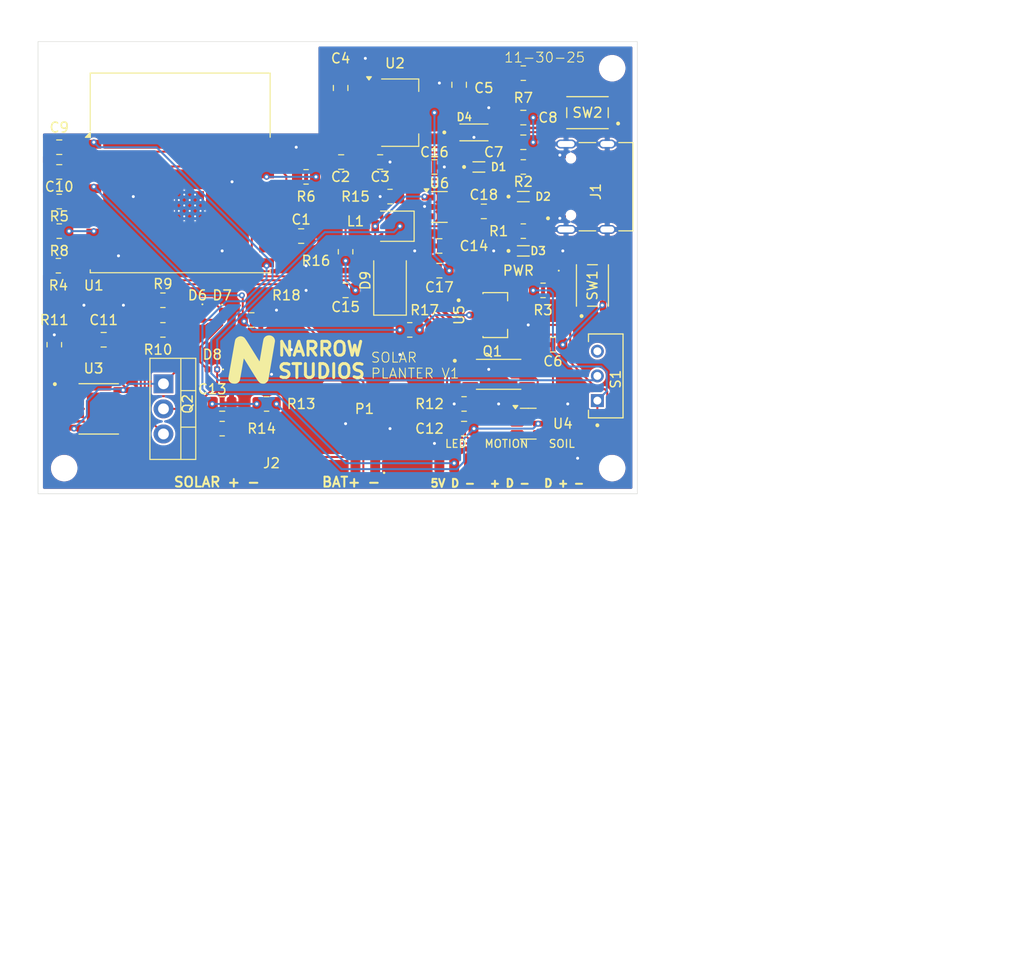
<source format=kicad_pcb>
(kicad_pcb (version 20240108) (generator "pcbnew") (generator_version "8.0")
  (layers (0 "F.Cu" signal) (31 "B.Cu" signal) (34 "B.Paste" user) (35 "F.Paste" user) (36 "B.SilkS" user "B.Silkscreen") (37 "F.SilkS" user "F.Silkscreen") (38 "B.Mask" user) (39 "F.Mask" user) (44 "Edge.Cuts" user))
  (net 0 "")
  (net 1 "GND")
  (net 2 "D-")
  (net 3 "VCC_5V")
  (net 4 "GPIO9")
  (net 5 "CHIP_PU")
  (net 6 "5V+")
  (net 7 "Net-(U4-VCC)")
  (net 8 "B-")
  (net 9 "B+")
  (net 10 "OUT+")
  (net 11 "BOOSTED_5V")
  (net 12 "D+")
  (net 13 "VBUS")
  (net 14 "Net-(D5-A)")
  (net 15 "Net-(D6-K)")
  (net 16 "Net-(D7-K)")
  (net 17 "Net-(D9-A)")
  (net 20 "Net-(J1-CC1)")
  (net 21 "Net-(J1-CC2)")
  (net 22 "A1")
  (net 23 "GPIO10")
  (net 24 "GPIO4")
  (net 26 "Net-(U4-OD)")
  (net 28 "Net-(U4-OC)")
  (net 29 "Net-(U1-IO2)")
  (net 30 "Net-(U1-IO8)")
  (net 31 "Net-(U3-~{CHRG})")
  (net 32 "Net-(U3-~{STDBY})")
  (net 33 "Net-(U3-PROG)")
  (net 34 "Net-(U4-CS)")
  (net 35 "Net-(U6-FB)")
  (net 36 "BAT_LVL")
  (net 37 "Net-(U1-3V3)")
  (net 48 "ESP_3V3")
  (footprint "Resistor_SMD:R_0805_2012Metric" (layer "F.Cu") (at 96 67.5)
    (property "Reference" "R9")
    (property "Value" "1k")
  )
  (footprint "Connector_Wire:SolderWirePad_1x01_SMD_1x2mm" (layer "F.Cu") (at 138 84)
    (property "Reference" "J3" (hide yes))
    (property "Value" "GND")
  )
  (footprint "Connector_Wire:SolderWirePad_1x01_SMD_1x2mm" (layer "F.Cu") (at 129.5 84)
    (property "Reference" "J7" (hide yes))
    (property "Value" "VCC_3V3")
  )
  (footprint "Resistor_SMD:R_0805_2012Metric" (layer "F.Cu") (at 119 57 180)
    (property "Reference" "R15")
    (property "Value" "1k")
  )
  (footprint "Resistor_SMD:R_0805_2012Metric" (layer "F.Cu") (at 132.5 60.5 180)
    (property "Reference" "R1")
    (property "Value" "5k1")
  )
  (footprint "Diode_SMD:D_SMP_DO-220AA" (layer "F.Cu") (at 119.1525 60 180)
    (property "Reference" "L1")
    (property "Value" "CD32")
  )
  (footprint "Package_TO_SOT_SMD:SOT-223-3_TabPin2" (layer "F.Cu") (at 120 48.5)
    (property "Reference" "U2")
    (property "Value" "AMS1117-3.3")
  )
  (footprint "Package_TO_SOT_SMD:SOT-23-6" (layer "F.Cu") (at 124 58.05)
    (property "Reference" "U6")
    (property "Value" "MT3608")
  )
  (footprint "Resistor_SMD:R_0805_2012Metric" (layer "F.Cu") (at 96 70.5)
    (property "Reference" "R10")
    (property "Value" "1k")
  )
  (footprint "Resistor_SMD:R_0805_2012Metric" (layer "F.Cu") (at 132.5 54 180)
    (property "Reference" "R2")
    (property "Value" "5k1")
  )
  (footprint "Connector_Wire:SolderWirePad_1x01_SMD_1x2mm" (layer "F.Cu") (at 105 84)
    (property "Reference" "J14" (hide yes))
    (property "Value" "GND")
  )
  (footprint "Connector_Wire:SolderWirePad_1x01_SMD_1x2mm" (layer "F.Cu") (at 127 84)
    (property "Reference" "J8" (hide yes))
    (property "Value" "GND")
  )
  (footprint "1N5819HW-7-F:SOD3715X145N" (layer "F.Cu") (at 127.5 50.5)
    (property "Reference" "D4")
    (property "Value" "1N5819HW-7-F")
  )
  (footprint "Capacitor_SMD:C_0805_2012Metric" (layer "F.Cu") (at 128.5 58.5)
    (property "Reference" "C18")
    (property "Value" "10uF")
  )
  (footprint "Connector_Wire:SolderWirePad_1x01_SMD_1x2mm" (layer "F.Cu") (at 125.5 84)
    (property "Reference" "J10" (hide yes))
    (property "Value" "DATA")
  )
  (footprint "EG1270:SW_EG1270" (layer "F.Cu") (at 140 75.1625 90)
    (property "Reference" "S1")
    (property "Value" "EG1270")
  )
  (footprint "S2B-PH-SM4-TB:JST_S2B-PH-SM4-TB" (layer "F.Cu") (at 116.5 83.375)
    (property "Reference" "P1")
    (property "Value" "S2B-PH-SM4-TB")
  )
  (footprint "Resistor_SMD:R_0805_2012Metric" (layer "F.Cu") (at 134.5 66.5)
    (property "Reference" "R3")
    (property "Value" "75")
  )
  (footprint "Connector_Wire:SolderWirePad_1x01_SMD_1x2mm" (layer "F.Cu") (at 135 84)
    (property "Reference" "J6" (hide yes))
    (property "Value" "DATA")
  )
  (footprint "Package_TO_SOT_THT:TO-220-3_Vertical" (layer "F.Cu") (at 96.055 75.96 -90)
    (property "Reference" "Q2")
    (property "Value" "FQP27P06")
  )
  (footprint "TYPE-C-31-M-12:HRO_TYPE-C-31-M-12" (layer "F.Cu") (at 141 56 90)
    (property "Reference" "J1")
    (property "Value" "TYPE-C-31-M-12")
  )
  (footprint "Resistor_SMD:R_0805_2012Metric" (layer "F.Cu") (at 85 72 90)
    (property "Reference" "R11")
    (property "Value" "10k")
  )
  (footprint "PTS810_SJM_250_SMTR_LFS:SW_PTS810_SJM_250_SMTR_LFS" (layer "F.Cu") (at 139 48.5 180)
    (property "Reference" "SW2")
    (property "Value" "PTS810_SJM_250_SMTR_LFS")
  )
  (footprint "Resistor_SMD:R_0805_2012Metric" (layer "F.Cu") (at 126.5 78 180)
    (property "Reference" "R12")
    (property "Value" "1k")
  )
  (footprint "Capacitor_SMD:C_0805_2012Metric" (layer "F.Cu") (at 114.5 66.5 180)
    (property "Reference" "C15")
    (property "Value" "22uF")
  )
  (footprint "Capacitor_SMD:C_0805_2012Metric" (layer "F.Cu") (at 124 64.5 180)
    (property "Reference" "C17")
    (property "Value" "10uF")
  )
  (footprint "MountingHole:MountingHole_2.2mm_M2" (layer "F.Cu") (at 86 44)
    (property "Reference" "H4" (hide yes))
    (property "Value" "MountingHole")
  )
  (footprint "Resistor_SMD:R_0805_2012Metric" (layer "F.Cu") (at 110.5 55)
    (property "Reference" "R6")
    (property "Value" "10k")
  )
  (footprint "Capacitor_SMD:C_0805_2012Metric" (layer "F.Cu") (at 85.5 54.5 180)
    (property "Reference" "C10")
    (property "Value" "0u1F")
  )
  (footprint "Kicad-footprints:ns-logo" (layer "F.Cu") (at 105 73.5)
    (property "Reference" "e" (hide yes))
    (property "Value" "LOGO" (hide yes))
  )
  (footprint "MountingHole:MountingHole_2.2mm_M2" (layer "F.Cu") (at 86 84.5)
    (property "Reference" "H3" (hide yes))
    (property "Value" "MountingHole")
  )
  (footprint "Capacitor_SMD:C_0805_2012Metric" (layer "F.Cu") (at 124 62 180)
    (property "Reference" "C14")
    (property "Value" "22uF")
  )
  (footprint "Resistor_SMD:R_0805_2012Metric" (layer "F.Cu") (at 132.5 44.5)
    (property "Reference" "R7")
    (property "Value" "10k")
  )
  (footprint "Package_TO_SOT_SMD:SOT-23-6" (layer "F.Cu") (at 133 80)
    (property "Reference" "U4")
    (property "Value" "DW01A")
  )
  (footprint "Capacitor_SMD:C_0805_2012Metric" (layer "F.Cu") (at 123.5 54)
    (property "Reference" "C16")
    (property "Value" "22pF")
  )
  (footprint "RF_Module:ESP32-C3-WROOM-02" (layer "F.Cu") (at 97.75 57.7)
    (property "Reference" "U1")
    (property "Value" "ESP32-C3-WROOM-02")
  )
  (footprint "Capacitor_SMD:C_0805_2012Metric" (layer "F.Cu") (at 132.5 51.5 180)
    (property "Reference" "C7")
    (property "Value" "0u1F")
  )
  (footprint "Connector_Wire:SolderWirePad_1x01_SMD_1x2mm" (layer "F.Cu") (at 131 84)
    (property "Reference" "J13" (hide yes))
    (property "Value" "DATA")
  )
  (footprint "Resistor_SMD:R_0805_2012Metric" (layer "F.Cu") (at 105 69.5)
    (property "Reference" "R18")
    (property "Value" "100k")
  )
  (footprint "Resistor_SMD:R_0805_2012Metric" (layer "F.Cu") (at 121 70.5 180)
    (property "Reference" "R17")
    (property "Value" "27k")
  )
  (footprint "PTS810_SJM_250_SMTR_LFS:SW_PTS810_SJM_250_SMTR_LFS" (layer "F.Cu") (at 139.5 66 90)
    (property "Reference" "SW1")
    (property "Value" "PTS810_SJM_250_SMTR_LFS")
  )
  (footprint "LED_SMD:LED_0402_1005Metric" (layer "F.Cu") (at 100 69 -90)
    (property "Reference" "D6")
    (property "Value" "B")
  )
  (footprint "Capacitor_SMD:C_0805_2012Metric" (layer "F.Cu") (at 102 78)
    (property "Reference" "C13")
    (property "Value" "10uF")
  )
  (footprint "Connector_Wire:SolderWirePad_1x01_SMD_1x2mm" (layer "F.Cu") (at 136.5 84)
    (property "Reference" "J12" (hide yes))
    (property "Value" "VCC_3V3")
  )
  (footprint "Capacitor_SMD:C_0805_2012Metric" (layer "F.Cu") (at 114 46 90)
    (property "Reference" "C4")
    (property "Value" "10uF")
  )
  (footprint "Resistor_SMD:R_0805_2012Metric" (layer "F.Cu") (at 85.5 57.5)
    (property "Reference" "R5")
    (property "Value" "10k")
  )
  (footprint "MountingHole:MountingHole_2.2mm_M2" (layer "F.Cu") (at 141.5 84.5)
    (property "Reference" "H1" (hide yes))
    (property "Value" "MountingHole")
  )
  (footprint "Resistor_SMD:R_0805_2012Metric" (layer "F.Cu") (at 114.5 62.5875 -90)
    (property "Reference" "R16")
    (property "Value" "7.5k")
  )
  (footprint "Connector_Wire:SolderWirePad_1x01_SMD_1x2mm" (layer "F.Cu") (at 124 84 180)
    (property "Reference" "J9" (hide yes))
    (property "Value" "5V")
  )
  (footprint "MountingHole:MountingHole_2.2mm_M2" (layer "F.Cu") (at 141.5 44)
    (property "Reference" "H2" (hide yes))
    (property "Value" "MountingHole")
  )
  (footprint "Diode_SMD:D_0402_1005Metric" (layer "F.Cu") (at 101 74.5 180)
    (property "Reference" "D8")
    (property "Value" "SB220")
  )
  (footprint "FS8205A:SOP65P640X120-8N" (layer "F.Cu") (at 130 75)
    (property "Reference" "Q1")
    (property "Value" "FS8205A")
  )
  (footprint "LED_SMD:LED_0402_1005Metric" (layer "F.Cu") (at 102 69.03 -90)
    (property "Reference" "D7")
    (property "Value" "R")
  )
  (footprint "TP4056:SOP127P600X175-9N" (layer "F.Cu") (at 89.5 78.5)
    (property "Reference" "U3")
    (property "Value" "TP4056")
  )
  (footprint "Capacitor_SMD:C_0805_2012Metric" (layer "F.Cu") (at 132.5 49 180)
    (property "Reference" "C8")
    (property "Value" "1uF")
  )
  (footprint "Capacitor_SMD:C_0805_2012Metric" (layer "F.Cu") (at 118 53.5)
    (property "Reference" "C3")
    (property "Value" "0u1F")
  )
  (footprint "Diode_SMD:D_SMA" (layer "F.Cu") (at 119 65.5 90)
    (property "Reference" "D9")
    (property "Value" "SS34")
  )
  (footprint "Capacitor_SMD:C_0805_2012Metric" (layer "F.Cu") (at 126 45.675 90)
    (property "Reference" "C5")
    (property "Value" "0u1F")
  )
  (footprint "Resistor_SMD:R_0805_2012Metric" (layer "F.Cu") (at 85.5 60.5)
    (property "Reference" "R8")
    (property "Value" "10k")
  )
  (footprint "LESD5D5.0CT1G:TVS_LESD5D5.0CT1G" (layer "F.Cu") (at 132.5 57)
    (property "Reference" "D2")
    (property "Value" "LESD5D5.0CT1G")
  )
  (footprint "Resistor_SMD:R_0805_2012Metric" (layer "F.Cu") (at 85.4125 64)
    (property "Reference" "R4")
    (property "Value" "10k")
  )
  (footprint "HT7333:IC_HT7333" (layer "F.Cu") (at 129.5 69 -90)
    (property "Reference" "U5")
    (property "Value" "HT7333")
  )
  (footprint "Capacitor_SMD:C_0805_2012Metric" (layer "F.Cu") (at 90 71.5 180)
    (property "Reference" "C11")
    (property "Value" "0u1F")
  )
  (footprint "Resistor_SMD:R_0805_2012Metric" (layer "F.Cu") (at 106.5 78 180)
    (property "Reference" "R13")
    (property "Value" "100")
  )
  (footprint "Capacitor_SMD:C_0805_2012Metric" (layer "F.Cu") (at 110 61)
    (property "Reference" "C1")
    (property "Value" "22pF")
  )
  (footprint "LESD5D5.0CT1G:TVS_LESD5D5.0CT1G" (layer "F.Cu") (at 132.5 62.5)
    (property "Reference" "D3")
    (property "Value" "LESD5D5.0CT1G")
  )
  (footprint "Capacitor_SMD:C_0805_2012Metric" (layer "F.Cu") (at 126.5 80.5 180)
    (property "Reference" "C12")
    (property "Value" "0u1F")
  )
  (footprint "LESD5D5.0CT1G:TVS_LESD5D5.0CT1G" (layer "F.Cu") (at 128 54)
    (property "Reference" "D1")
    (property "Value" "LESD5D5.0CT1G")
  )
  (footprint "Connector_Wire:SolderWirePad_1x01_SMD_1x2mm" (layer "F.Cu") (at 103 84)
    (property "Reference" "J2")
    (property "Value" "VCC_4V")
  )
  (footprint "Resistor_SMD:R_0805_2012Metric" (layer "F.Cu") (at 102 80.5 180)
    (property "Reference" "R14")
    (property "Value" "10k")
  )
  (footprint "Capacitor_SMD:C_0805_2012Metric" (layer "F.Cu") (at 114.05 53.5 180)
    (property "Reference" "C2")
    (property "Value" "10uF")
  )
  (footprint "Connector_Wire:SolderWirePad_1x01_SMD_1x2mm" (layer "F.Cu") (at 132.5 84)
    (property "Reference" "J11" (hide yes))
    (property "Value" "GND")
  )
  (footprint "Capacitor_SMD:C_0805_2012Metric" (layer "F.Cu") (at 85.5 52 180)
    (property "Reference" "C9")
    (property "Value" "10uF")
  )
  (footprint "Capacitor_SMD:C_0805_2012Metric" (layer "F.Cu") (at 135.5 72 180)
    (property "Reference" "C6")
    (property "Value" "0u1F")
  )
  (footprint "LED_SMD:LED_0402_1005Metric" (layer "F.Cu") (at 135 64.5 180)
    (property "Reference" "PWR")
    (property "Value" "PWRLED")
  )
  (gr_rect (start 83.35 41.3) (end 144.05 87.1) (stroke (width 0.05)) (fill none) (layer "Edge.Cuts"))
  (gr_text "5V D -" (at 123 86.5 0) (layer "F.SilkS") (effects (font (size 0.8 0.8) (thickness 0.2) (bold yes)) (justify left bottom)))
  (gr_text "+ D -" (at 129 86.5 0) (layer "F.SilkS") (effects (font (size 0.8 0.8) (thickness 0.2) (bold yes)) (justify left bottom)))
  (gr_text "SOLAR\nPLANTER V1" (at 117 75.5 0) (layer "F.SilkS") (effects (font (size 1 1) (thickness 0.1)) (justify left bottom)))
  (gr_text "MOTION" (at 128.5 82.5 0) (layer "F.SilkS") (effects (font (size 0.8 0.8) (thickness 0.125) (bold yes)) (justify left bottom)))
  (gr_text "LED" (at 124.5 82.5 0) (layer "F.SilkS") (effects (font (size 0.8 0.8) (thickness 0.125) (bold yes)) (justify left bottom)))
  (gr_text "NARROW\nSTUDIOS" (at 107.5 75.5 0) (layer "F.SilkS") (effects (font (size 1.4 1.4) (thickness 0.3) (bold yes)) (justify left bottom)))
  (gr_text "D + -" (at 134.5 86.5 0) (layer "F.SilkS") (effects (font (size 0.8 0.8) (thickness 0.2) (bold yes)) (justify left bottom)))
  (gr_text "SOIL" (at 135 82.5 0) (layer "F.SilkS") (effects (font (size 0.8 0.8) (thickness 0.125) (bold yes)) (justify left bottom)))
  (gr_text "BAT+ -" (at 112 86.5 0) (layer "F.SilkS") (effects (font (size 1 1) (thickness 0.2) (bold yes)) (justify left bottom)))
  (gr_text "11-30-25" (at 130.5 43.5 0) (layer "F.SilkS") (effects (font (size 1 1) (thickness 0.1)) (justify left bottom)))
  (gr_text "SOLAR + -" (at 97 86.5 0) (layer "F.SilkS") (effects (font (size 1 1) (thickness 0.2) (bold yes)) (justify left bottom)))
  (segment (start 98.71 57.35) (end 98.16 57.9) (width 0.2) (layer "F.Cu") (net 1))
  (segment (start 98.16 56.8) (end 99.26 56.8) (width 0.2) (layer "F.Cu") (net 1))
  (segment (start 98.16 59) (end 99.26 59) (width 0.2) (layer "F.Cu") (net 1))
  (segment (start 99.81 57.35) (end 99.26 56.8) (width 0.2) (layer "F.Cu") (net 1))
  (segment (start 98.16 56.8) (end 97.61 57.35) (width 0.2) (layer "F.Cu") (net 1))
  (segment (start 105.9125 69.5) (end 105.9125 68.9125) (width 0.2) (layer "F.Cu") (net 1))
  (via (at 120 73) (size 0.6) (drill 0.3) (layers "F.Cu" "B.Cu") (net 1))
  (via (at 133 70) (size 0.6) (drill 0.3) (layers "F.Cu" "B.Cu") (net 1))
  (via (at 119 80.5) (size 0.6) (drill 0.3) (layers "F.Cu" "B.Cu") (net 1))
  (via (at 93 57) (size 0.6) (drill 0.3) (layers "F.Cu" "B.Cu") (net 1))
  (via (at 92 68) (size 0.6) (drill 0.3) (layers "F.Cu" "B.Cu") (net 1))
  (via (at 136.2 59.2) (size 0.6) (drill 0.3) (layers "F.Cu" "B.Cu") (net 1))
  (via (at 118 57) (size 0.6) (drill 0.3) (layers "F.Cu" "B.Cu") (net 1))
  (via (at 85 71) (size 0.6) (drill 0.3) (layers "F.Cu" "B.Cu") (net 1))
  (via (at 124.5 54) (size 0.6) (drill 0.3) (layers "F.Cu" "B.Cu") (net 1))
  (via (at 107 75) (size 0.6) (drill 0.3) (layers "F.Cu" "B.Cu") (net 1))
  (via (at 109 72.5) (size 0.6) (drill 0.3) (layers "F.Cu" "B.Cu") (net 1))
  (via (at 125.5 78) (size 0.6) (drill 0.3) (layers "F.Cu" "B.Cu") (net 1))
  (via (at 102 62.5) (size 0.6) (drill 0.3) (layers "F.Cu" "B.Cu") (net 1))
  (via (at 91.5 63) (size 0.6) (drill 0.3) (layers "F.Cu" "B.Cu") (net 1))
  (via (at 114.5 80) (size 0.6) (drill 0.3) (layers "F.Cu" "B.Cu") (net 1))
  (via (at 109.5 52) (size 0.6) (drill 0.3) (layers "F.Cu" "B.Cu") (net 1))
  (via (at 110.5 66.5) (size 0.6) (drill 0.3) (layers "F.Cu" "B.Cu") (net 1))
  (via (at 110.5 64) (size 0.6) (drill 0.3) (layers "F.Cu" "B.Cu") (net 1))
  (via (at 103 55.5) (size 0.6) (drill 0.3) (layers "F.Cu" "B.Cu") (net 1))
  (via (at 136.5 62.5) (size 0.6) (drill 0.3) (layers "F.Cu" "B.Cu") (net 1))
  (via (at 136.2 52.8) (size 0.6) (drill 0.3) (layers "F.Cu" "B.Cu") (net 1))
  (via (at 123.5 82) (size 0.6) (drill 0.3) (layers "F.Cu" "B.Cu") (net 1))
  (via (at 119 53.5) (size 0.6) (drill 0.3) (layers "F.Cu" "B.Cu") (net 1))
  (via (at 130 78) (size 0.6) (drill 0.3) (layers "F.Cu" "B.Cu") (net 1))
  (via (at 137 78) (size 0.6) (drill 0.3) (layers "F.Cu" "B.Cu") (net 1))
  (via (at 129 74.5) (size 0.6) (drill 0.3) (layers "F.Cu" "B.Cu") (net 1))
  (via (at 124 45.5) (size 0.6) (drill 0.3) (layers "F.Cu" "B.Cu") (net 1))
  (via (at 122.5 58) (size 0.6) (drill 0.3) (layers "F.Cu" "B.Cu") (net 1))
  (via (at 88 68) (size 0.6) (drill 0.3) (layers "F.Cu" "B.Cu") (net 1))
  (via (at 116.5 43) (size 0.6) (drill 0.3) (layers "F.Cu" "B.Cu") (net 1))
  (via (at 107.5 68.5) (size 0.6) (drill 0.3) (layers "F.Cu" "B.Cu") (net 1))
  (via (at 129.5 62.5) (size 0.6) (drill 0.3) (layers "F.Cu" "B.Cu") (net 1))
  (via (at 127.5 51) (size 0.6) (drill 0.3) (layers "F.Cu" "B.Cu") (net 1))
  (via (at 138 83.5) (size 0.6) (drill 0.3) (layers "F.Cu" "B.Cu") (net 1))
  (via (at 129 48) (size 0.6) (drill 0.3) (layers "F.Cu" "B.Cu") (net 1))
  (via (at 121.5 62.5) (size 0.6) (drill 0.3) (layers "F.Cu" "B.Cu") (net 1))
  (segment (start 115.22543 55.75) (end 112.87543 58.1) (width 0.2) (layer "F.Cu") (net 2))
  (segment (start 133.5 55.75) (end 115.22543 55.75) (width 0.2) (layer "F.Cu") (net 2))
  (segment (start 136.25 55.75) (end 134.5 55.75) (width 0.2) (layer "F.Cu") (net 2))
  (segment (start 109.05 59.05) (end 110 58.1) (width 0.2) (layer "F.Cu") (net 2))
  (segment (start 136.25 56.75) (end 135.5 56.75) (width 0.2) (layer "F.Cu") (net 2))
  (segment (start 112.87543 58.1) (end 110 58.1) (width 0.2) (layer "F.Cu") (net 2))
  (segment (start 135.5 56.75) (end 134.5 55.75) (width 0.2) (layer "F.Cu") (net 2))
  (segment (start 134.5 55.75) (end 134 55.75) (width 0.2) (layer "F.Cu") (net 2))
  (segment (start 134 55.75) (end 133.5 55.75) (width 0.2) (layer "F.Cu") (net 2))
  (segment (start 109.05 61) (end 109.05 59.05) (width 0.2) (layer "F.Cu") (net 2))
  (segment (start 133.16 57) (end 133.16 56.59) (width 0.2) (layer "F.Cu") (net 2))
  (segment (start 107.3 59.2) (end 106.5 59.2) (width 0.2) (layer "F.Cu") (net 2))
  (segment (start 110 58.1) (end 108.4 58.1) (width 0.2) (layer "F.Cu") (net 2))
  (segment (start 133.16 56.59) (end 134 55.75) (width 0.2) (layer "F.Cu") (net 2))
  (segment (start 108.4 58.1) (end 107.3 59.2) (width 0.2) (layer "F.Cu") (net 2))
  (segment (start 125 52) (end 125.82 51.18) (width 0.2) (layer "F.Cu") (net 3))
  (segment (start 116.85 50.8) (end 118.3 50.8) (width 0.2) (layer "F.Cu") (net 3))
  (segment (start 116.85 50.8) (end 116.85 53.3) (width 0.2) (layer "F.Cu") (net 3))
  (segment (start 116.85 53.3) (end 117.05 53.5) (width 0.2) (layer "F.Cu") (net 3))
  (segment (start 115 53.5) (end 117.05 53.5) (width 0.2) (layer "F.Cu") (net 3))
  (segment (start 119.5 52) (end 125 52) (width 0.2) (layer "F.Cu") (net 3))
  (segment (start 125.82 51.18) (end 125.82 50.5) (width 0.2) (layer "F.Cu") (net 3))
  (segment (start 118.3 50.8) (end 119.5 52) (width 0.2) (layer "F.Cu") (net 3))
  (segment (start 140.5 68) (end 140.575 68.075) (width 0.2) (layer "F.Cu") (net 4))
  (segment (start 132.5 72) (end 126.565686 72) (width 0.2) (layer "F.Cu") (net 4))
  (segment (start 89 62.5) (end 87.825 62.5) (width 0.2) (layer "F.Cu") (net 4))
  (segment (start 140.575 63.925) (end 140.5 68) (width 0.2) (layer "F.Cu") (net 4))
  (segment (start 135.925 70.975) (end 133.525 70.975) (width 0.2) (layer "F.Cu") (net 4))
  (segment (start 126.565686 72) (end 120.040686 65.475) (width 0.2) (layer "F.Cu") (net 4))
  (segment (start 87.825 62.5) (end 86.325 64) (width 0.2) (layer "F.Cu") (net 4))
  (segment (start 89 62.2) (end 89 62.2) (width 0.2) (layer "F.Cu") (net 4))
  (segment (start 136.45 71.5) (end 135.925 70.975) (width 0.2) (layer "F.Cu") (net 4))
  (segment (start 88.7 62.5) (end 88.7 62.5) (width 0.2) (layer "F.Cu") (net 4))
  (segment (start 89 62.5) (end 89 62.2) (width 0.2) (layer "F.Cu") (net 4))
  (segment (start 87.8 65.475) (end 86.325 64) (width 0.2) (layer "F.Cu") (net 4))
  (segment (start 120.040686 65.475) (end 87.8 65.475) (width 0.2) (layer "F.Cu") (net 4))
  (segment (start 133.525 70.975) (end 132.5 72) (width 0.2) (layer "F.Cu") (net 4))
  (via (at 136.5 72) (size 0.6) (drill 0.3) (layers "F.Cu" "B.Cu") (net 4))
  (via (at 140.5 68) (size 0.6) (drill 0.3) (layers "F.Cu" "B.Cu") (net 4))
  (segment (start 136.5 72) (end 140.5 68) (width 0.2) (layer "B.Cu") (net 4))
  (segment (start 132.425 52.525) (end 133.45 51.5) (width 0.2) (layer "F.Cu") (net 5))
  (segment (start 88.7 53.2) (end 89 53.2) (width 0.2) (layer "F.Cu") (net 5))
  (segment (start 114.994058 54.85) (end 119.65 54.85) (width 0.2) (layer "F.Cu") (net 5))
  (segment (start 121.975 52.525) (end 132.425 52.525) (width 0.2) (layer "F.Cu") (net 5))
  (segment (start 87.5 56.4125) (end 87.5 54.4) (width 0.2) (layer "F.Cu") (net 5))
  (segment (start 86.4125 57.5) (end 87.5 56.4125) (width 0.2) (layer "F.Cu") (net 5))
  (segment (start 112.894058 56.95) (end 114.994058 54.85) (width 0.2) (layer "F.Cu") (net 5))
  (segment (start 108.5 54.9) (end 108.5 56.5) (width 0.2) (layer "F.Cu") (net 5))
  (segment (start 108.5 56.5) (end 108.95 56.95) (width 0.2) (layer "F.Cu") (net 5))
  (segment (start 134 44.5) (end 135.5 44.5) (width 0.2) (layer "F.Cu") (net 5))
  (segment (start 107.55 53.95) (end 108.5 54.9) (width 0.2) (layer "F.Cu") (net 5))
  (segment (start 133.5 51.5) (end 133.5 51.45) (width 0.2) (layer "F.Cu") (net 5))
  (segment (start 136.925 47.425) (end 141.075 47.425) (width 0.2) (layer "F.Cu") (net 5))
  (segment (start 133.5 49) (end 134.475 49) (width 0.2) (layer "F.Cu") (net 5))
  (segment (start 135.5 44.5) (end 136.925 45.925) (width 0.2) (layer "F.Cu") (net 5))
  (segment (start 136.05 47.425) (end 136.925 47.425) (width 0.2) (layer "F.Cu") (net 5))
  (segment (start 133.5 51.45) (end 133.45 51.5) (width 0.2) (layer "F.Cu") (net 5))
  (segment (start 133.45 49) (end 133.5 49) (width 0.2) (layer "F.Cu") (net 5))
  (segment (start 136.925 45.925) (end 136.925 47.425) (width 0.2) (layer "F.Cu") (net 5))
  (segment (start 89.75 53.95) (end 107.55 53.95) (width 0.2) (layer "F.Cu") (net 5))
  (segment (start 133.45 51.5) (end 133.5 51.5) (width 0.2) (layer "F.Cu") (net 5))
  (segment (start 108.95 56.95) (end 112.894058 56.95) (width 0.2) (layer "F.Cu") (net 5))
  (segment (start 119.65 54.85) (end 121.975 52.525) (width 0.2) (layer "F.Cu") (net 5))
  (segment (start 89 53.2) (end 89.75 53.95) (width 0.2) (layer "F.Cu") (net 5))
  (segment (start 87.5 54.4) (end 88.7 53.2) (width 0.2) (layer "F.Cu") (net 5))
  (segment (start 134.475 49) (end 136.05 47.425) (width 0.2) (layer "F.Cu") (net 5))
  (via (at 133.5 49) (size 0.6) (drill 0.3) (layers "F.Cu" "B.Cu") (net 5))
  (via (at 133.5 51.5) (size 0.6) (drill 0.3) (layers "F.Cu" "B.Cu") (net 5))
  (segment (start 133.5 49) (end 133.5 51.5) (width 0.2) (layer "B.Cu") (net 5))
  (segment (start 90.95 75.07) (end 92.475 76.595) (width 0.2) (layer "F.Cu") (net 6))
  (segment (start 100 69.485) (end 101.97 69.485) (width 0.2) (layer "F.Cu") (net 6))
  (segment (start 87 80.38) (end 87 80.5) (width 0.2) (layer "F.Cu") (net 6))
  (segment (start 91 75) (end 90.95 75.05) (width 0.2) (layer "F.Cu") (net 6))
  (segment (start 90.95 71.5) (end 90.95 74.95) (width 0.2) (layer "F.Cu") (net 6))
  (segment (start 100.5075 71.5075) (end 102 70.015) (width 0.2) (layer "F.Cu") (net 6))
  (segment (start 99.7575 72.2575) (end 100.5075 71.5075) (width 0.2) (layer "F.Cu") (net 6))
  (segment (start 96.055 75.96) (end 100.5075 71.5075) (width 0.2) (layer "F.Cu") (net 6))
  (segment (start 101.97 69.485) (end 102 69.515) (width 0.2) (layer "F.Cu") (net 6))
  (segment (start 102 84) (end 103 84) (width 0.2) (layer "F.Cu") (net 6))
  (segment (start 99.7575 73.7425) (end 99.7575 72.2575) (width 0.2) (layer "F.Cu") (net 6))
  (segment (start 86.39 80.405) (end 87.525 80.405) (width 0.2) (layer "F.Cu") (net 6))
  (segment (start 101.0875 80.5) (end 101.0875 83.0875) (width 0.2) (layer "F.Cu") (net 6))
  (segment (start 90.62 84) (end 102 84) (width 0.2) (layer "F.Cu") (net 6))
  (segment (start 90.95 75.05) (end 90.95 75.07) (width 0.2) (layer "F.Cu") (net 6))
  (segment (start 87.025 80.405) (end 87 80.38) (width 0.2) (layer "F.Cu") (net 6))
  (segment (start 90.95 74.95) (end 91 75) (width 0.2) (layer "F.Cu") (net 6))
  (segment (start 87 80.5) (end 87.12 80.5) (width 0.2) (layer "F.Cu") (net 6))
  (segment (start 100.515 74.5) (end 99.7575 73.7425) (width 0.2) (layer "F.Cu") (net 6))
  (segment (start 101.0875 83.0875) (end 102 84) (width 0.2) (layer "F.Cu") (net 6))
  (segment (start 102 70.015) (end 102 69.515) (width 0.2) (layer "F.Cu") (net 6))
  (segment (start 87.12 80.5) (end 90.62 84) (width 0.2) (layer "F.Cu") (net 6))
  (via (at 91.975 76.595) (size 0.6) (drill 0.3) (layers "F.Cu" "B.Cu") (net 6))
  (via (at 87 80.5) (size 0.6) (drill 0.3) (layers "F.Cu" "B.Cu") (net 6))
  (segment (start 92.61 75.96) (end 96.055 75.96) (width 0.2) (layer "B.Cu") (net 6))
  (segment (start 91.975 76.595) (end 92.61 75.96) (width 0.2) (layer "B.Cu") (net 6))
  (segment (start 91.975 76.595) (end 91.88 76.5) (width 0.2) (layer "B.Cu") (net 6))
  (segment (start 91.88 76.5) (end 89.5 76.5) (width 0.2) (layer "B.Cu") (net 6))
  (segment (start 89.5 76.5) (end 88.3 77.7) (width 0.2) (layer "B.Cu") (net 6))
  (segment (start 88.3 77.7) (end 88.3 79.2) (width 0.2) (layer "B.Cu") (net 6))
  (segment (start 88.3 79.2) (end 87 80.5) (width 0.2) (layer "B.Cu") (net 6))
  (via (at 127.5 80.5) (size 0.6) (drill 0.3) (layers "F.Cu" "B.Cu") (net 7))
  (via (at 107.5 78) (size 0.6) (drill 0.3) (layers "F.Cu" "B.Cu") (net 7))
  (via (at 134 80) (size 0.6) (drill 0.3) (layers "F.Cu" "B.Cu") (net 7))
  (segment (start 125.748529 84.6) (end 126.5 83.848529) (width 0.2) (layer "B.Cu") (net 7))
  (segment (start 114.1 84.6) (end 125.748529 84.6) (width 0.2) (layer "B.Cu") (net 7))
  (segment (start 133.5 80.5) (end 134 80) (width 0.2) (layer "B.Cu") (net 7))
  (segment (start 126.5 81.5) (end 127.5 80.5) (width 0.2) (layer "B.Cu") (net 7))
  (segment (start 126.5 83.848529) (end 126.5 81.5) (width 0.2) (layer "B.Cu") (net 7))
  (segment (start 127.5 80.5) (end 133.5 80.5) (width 0.2) (layer "B.Cu") (net 7))
  (segment (start 107.5 78) (end 114.1 84.6) (width 0.2) (layer "B.Cu") (net 7))
  (segment (start 126 73) (end 129 73) (width 0.2) (layer "F.Cu") (net 8))
  (segment (start 123.5 80.5) (end 125.55 80.5) (width 0.2) (layer "F.Cu") (net 8))
  (segment (start 120.625 83.375) (end 123.5 80.5) (width 0.2) (layer "F.Cu") (net 8))
  (segment (start 117.5 83.375) (end 120.625 83.375) (width 0.2) (layer "F.Cu") (net 8))
  (segment (start 123.5 80.5) (end 124.775 79.225) (width 0.2) (layer "F.Cu") (net 8))
  (segment (start 133.66 75.325) (end 132.88 75.325) (width 0.2) (layer "F.Cu") (net 8))
  (segment (start 129 73) (end 131.325 75.325) (width 0.2) (layer "F.Cu") (net 8))
  (segment (start 124.775 79.225) (end 124.775 74.225) (width 0.2) (layer "F.Cu") (net 8))
  (segment (start 124.775 74.225) (end 126 73) (width 0.2) (layer "F.Cu") (net 8))
  (segment (start 134.1375 79.05) (end 133.96 78.8725) (width 0.2) (layer "F.Cu") (net 8))
  (segment (start 131.325 75.325) (end 132.88 75.325) (width 0.2) (layer "F.Cu") (net 8))
  (segment (start 132.88 75.325) (end 132.88 74.675) (width 0.2) (layer "F.Cu") (net 8))
  (segment (start 133.96 75.625) (end 133.66 75.325) (width 0.2) (layer "F.Cu") (net 8))
  (segment (start 133.96 78.8725) (end 133.96 75.625) (width 0.2) (layer "F.Cu") (net 8))
  (segment (start 101.05 78) (end 101.05 78) (width 0.2) (layer "F.Cu") (net 9))
  (segment (start 92.475 80.405) (end 92.475 81.975) (width 0.2) (layer "F.Cu") (net 9))
  (segment (start 97.5 82.5) (end 98.5 81.5) (width 0.2) (layer "F.Cu") (net 9))
  (segment (start 98.5 79.5) (end 99.5 78.5) (width 0.2) (layer "F.Cu") (net 9))
  (segment (start 96.055 78.5) (end 99.5 78.5) (width 0.2) (layer "F.Cu") (net 9))
  (segment (start 98.5 81.5) (end 98.5 79.5) (width 0.2) (layer "F.Cu") (net 9))
  (segment (start 100.55 78.5) (end 101 78.05) (width 0.2) (layer "F.Cu") (net 9))
  (segment (start 108.375 83.375) (end 115.5 83.375) (width 0.2) (layer "F.Cu") (net 9))
  (segment (start 93 82.5) (end 97.5 82.5) (width 0.2) (layer "F.Cu") (net 9))
  (segment (start 105.5 78) (end 105.5 77.9125) (width 0.2) (layer "F.Cu") (net 9))
  (segment (start 105.5 77.9125) (end 106.5875 79) (width 0.2) (layer "F.Cu") (net 9))
  (segment (start 101 78.05) (end 101 78) (width 0.2) (layer "F.Cu") (net 9))
  (segment (start 105.5875 78) (end 105.5875 78) (width 0.2) (layer "F.Cu") (net 9))
  (segment (start 106.5875 79) (end 106.5875 81.5875) (width 0.2) (layer "F.Cu") (net 9))
  (segment (start 99.5 78.5) (end 100.55 78.5) (width 0.2) (layer "F.Cu") (net 9))
  (segment (start 92.475 81.975) (end 93 82.5) (width 0.2) (layer "F.Cu") (net 9))
  (segment (start 106.5875 81.5875) (end 108.375 83.375) (width 0.2) (layer "F.Cu") (net 9))
  (segment (start 101 78) (end 101.05 78) (width 0.2) (layer "F.Cu") (net 9))
  (segment (start 105.5875 78) (end 105.5 78) (width 0.2) (layer "F.Cu") (net 9))
  (via (at 105.5 78) (size 0.6) (drill 0.3) (layers "F.Cu" "B.Cu") (net 9))
  (via (at 101 78) (size 0.6) (drill 0.3) (layers "F.Cu" "B.Cu") (net 9))
  (segment (start 101 78) (end 105.5 78) (width 0.2) (layer "B.Cu") (net 9))
  (segment (start 124.1375 60) (end 125.1375 59) (width 0.2) (layer "F.Cu") (net 10))
  (segment (start 127.1 58.05) (end 127.55 58.5) (width 0.2) (layer "F.Cu") (net 10))
  (segment (start 127.5 62) (end 128.55 63.05) (width 0.2) (layer "F.Cu") (net 10))
  (segment (start 124.1375 60.6875) (end 124.95 61.5) (width 0.2) (layer "F.Cu") (net 10))
  (segment (start 101.485 76.055256) (end 101.040256 76.5) (width 0.2) (layer "F.Cu") (net 10))
  (segment (start 125.1375 58.05) (end 125.1375 59) (width 0.2) (layer "F.Cu") (net 10))
  (segment (start 101.485 74.5) (end 101.5 74.5) (width 0.2) (layer "F.Cu") (net 10))
  (segment (start 119.851 59.5) (end 119.851 60) (width 0.2) (layer "F.Cu") (net 10))
  (segment (start 128.55 68.05) (end 127.6 69) (width 0.2) (layer "F.Cu") (net 10))
  (segment (start 94.755 79.74) (end 94.755 77.9575) (width 0.2) (layer "F.Cu") (net 10))
  (segment (start 101.5 74.5) (end 101.485 76.055256) (width 0.2) (layer "F.Cu") (net 10))
  (segment (start 120 60) (end 124.1375 60) (width 0.2) (layer "F.Cu") (net 10))
  (segment (start 125.1375 58.05) (end 127.1 58.05) (width 0.2) (layer "F.Cu") (net 10))
  (segment (start 95.5 77.2125) (end 100.327756 77.2125) (width 0.2) (layer "F.Cu") (net 10))
  (segment (start 124.95 59.1875) (end 125.1375 59) (width 0.2) (layer "F.Cu") (net 10))
  (segment (start 124.1375 60) (end 124.1375 60.6875) (width 0.2) (layer "F.Cu") (net 10))
  (segment (start 128.55 63.05) (end 128.55 68.05) (width 0.2) (layer "F.Cu") (net 10))
  (segment (start 120.5 60.649) (end 119.851 60) (width 0.2) (layer "F.Cu") (net 10))
  (segment (start 124.95 62) (end 127.5 62) (width 0.2) (layer "F.Cu") (net 10))
  (segment (start 94.755 77.9575) (end 95.5 77.2125) (width 0.2) (layer "F.Cu") (net 10))
  (segment (start 100.327756 77.2125) (end 101.002756 76.5375) (width 0.2) (layer "F.Cu") (net 10))
  (segment (start 124.95 61.5) (end 124.95 62) (width 0.2) (layer "F.Cu") (net 10))
  (segment (start 96.055 81.04) (end 94.755 79.74) (width 0.2) (layer "F.Cu") (net 10))
  (segment (start 119.851 60) (end 120 60) (width 0.2) (layer "F.Cu") (net 10))
  (via (at 127 69) (size 0.6) (drill 0.3) (layers "F.Cu" "B.Cu") (net 10))
  (via (at 101.5 74.5) (size 0.6) (drill 0.3) (layers "F.Cu" "B.Cu") (net 10))
  (via (at 122 70.5) (size 0.6) (drill 0.3) (layers "F.Cu" "B.Cu") (net 10))
  (via (at 120 60) (size 0.6) (drill 0.3) (layers "F.Cu" "B.Cu") (net 10))
  (segment (start 101.5 74.5) (end 101.5 71.5) (width 0.2) (layer "B.Cu") (net 10))
  (segment (start 112.4 60.6) (end 119.4 60.6) (width 0.2) (layer "B.Cu") (net 10))
  (segment (start 119.4 60.6) (end 120 60) (width 0.2) (layer "B.Cu") (net 10))
  (segment (start 122 70.5) (end 123.5 69) (width 0.2) (layer "B.Cu") (net 10))
  (segment (start 123.5 69) (end 127 69) (width 0.2) (layer "B.Cu") (net 10))
  (segment (start 101.5 71.5) (end 112.4 60.6) (width 0.2) (layer "B.Cu") (net 10))
  (segment (start 116.45 67.5) (end 119 67.5) (width 0.2) (layer "F.Cu") (net 11))
  (segment (start 121.5 67.5) (end 126.5 72.5) (width 0.2) (layer "F.Cu") (net 11))
  (segment (start 115.5 66.55) (end 116.45 67.5) (width 0.2) (layer "F.Cu") (net 11))
  (segment (start 119 67.5) (end 121.5 67.5) (width 0.2) (layer "F.Cu") (net 11))
  (segment (start 125 82) (end 124 83) (width 0.2) (layer "F.Cu") (net 11))
  (segment (start 124 83) (end 124 84) (width 0.2) (layer "F.Cu") (net 11))
  (segment (start 133.109314 72.5) (end 135.5 74.890686) (width 0.2) (layer "F.Cu") (net 11))
  (segment (start 115.5 66.5) (end 115.5 66.55) (width 0.2) (layer "F.Cu") (net 11))
  (segment (start 135.5 74.890686) (end 135.5 81.5) (width 0.2) (layer "F.Cu") (net 11))
  (segment (start 135.5 81.5) (end 135 82) (width 0.2) (layer "F.Cu") (net 11))
  (segment (start 135 82) (end 125 82) (width 0.2) (layer "F.Cu") (net 11))
  (segment (start 126.5 72.5) (end 133.109314 72.5) (width 0.2) (layer "F.Cu") (net 11))
  (segment (start 115.45 66.5) (end 115.5 66.5) (width 0.2) (layer "F.Cu") (net 11))
  (segment (start 115.45 66.5) (end 115.45 66.5) (width 0.2) (layer "F.Cu") (net 11))
  (via (at 115.5 66.5) (size 0.6) (drill 0.3) (layers "F.Cu" "B.Cu") (net 11))
  (via (at 114.5 63.5) (size 0.6) (drill 0.3) (layers "F.Cu" "B.Cu") (net 11))
  (segment (start 114.5 65.5) (end 114.5 63.5) (width 0.2) (layer "B.Cu") (net 11))
  (segment (start 115.5 66.5) (end 114.5 65.5) (width 0.2) (layer "B.Cu") (net 11))
  (segment (start 112.709744 57.7) (end 106.5 57.7) (width 0.2) (layer "F.Cu") (net 12))
  (segment (start 137.07 55.25) (end 136.25 55.25) (width 0.2) (layer "F.Cu") (net 12))
  (segment (start 137.12 55.3) (end 137.07 55.25) (width 0.2) (layer "F.Cu") (net 12))
  (segment (start 137.12 56.2) (end 137.12 55.3) (width 0.2) (layer "F.Cu") (net 12))
  (segment (start 128.66 54) (end 128.66 54.91) (width 0.2) (layer "F.Cu") (net 12))
  (segment (start 114.942093 55.467651) (end 112.709744 57.7) (width 0.2) (layer "F.Cu") (net 12))
  (segment (start 125.346404 55.25) (end 120.5 55.25) (width 0.2) (layer "F.Cu") (net 12))
  (segment (start 137.07 56.25) (end 137.12 56.2) (width 0.2) (layer "F.Cu") (net 12))
  (segment (start 125.583552 55.25) (end 125.346404 55.25) (width 0.2) (layer "F.Cu") (net 12))
  (segment (start 136.25 55.25) (end 129 55.25) (width 0.2) (layer "F.Cu") (net 12))
  (segment (start 136.25 56.25) (end 137.07 56.25) (width 0.2) (layer "F.Cu") (net 12))
  (segment (start 122.55 54) (end 121.3 55.25) (width 0.2) (layer "F.Cu") (net 12))
  (segment (start 120.5 55.25) (end 115.159744 55.25) (width 0.2) (layer "F.Cu") (net 12))
  (segment (start 126.183552 54.887148) (end 125.946404 54.887148) (width 0.2) (layer "F.Cu") (net 12))
  (segment (start 129 55.25) (end 126.546404 55.25) (width 0.2) (layer "F.Cu") (net 12))
  (segment (start 115.159744 55.25) (end 114.942093 55.467651) (width 0.2) (layer "F.Cu") (net 12))
  (segment (start 121.3 55.25) (end 120.5 55.25) (width 0.2) (layer "F.Cu") (net 12))
  (segment (start 128.66 54.91) (end 129 55.25) (width 0.2) (layer "F.Cu") (net 12))
  (arc (start 125.764978 55.068574) (mid 125.71184 55.196862) (end 125.583552 55.25) (width 0.2) (layer "F.Cu") (net 12))
  (arc (start 126.546404 55.25) (mid 126.418116 55.196862) (end 126.364978 55.068574) (width 0.2) (layer "F.Cu") (net 12))
  (arc (start 125.946404 54.887148) (mid 125.818116 54.940286) (end 125.764978 55.068574) (width 0.2) (layer "F.Cu") (net 12))
  (arc (start 126.364978 55.068574) (mid 126.31184 54.940286) (end 126.183552 54.887148) (width 0.2) (layer "F.Cu") (net 12))
  (segment (start 134.5 59.38) (end 135.48 58.4) (width 0.2) (layer "F.Cu") (net 13))
  (segment (start 135 51.540256) (end 135 53.5) (width 0.2) (layer "F.Cu") (net 13))
  (segment (start 136.45 53.8) (end 137.12 53.8) (width 0.2) (layer "F.Cu") (net 13))
  (segment (start 136.45 58.2) (end 136.25 58.4) (width 0.2) (layer "F.Cu") (net 13))
  (segment (start 129.18 50.5) (end 129.205 50.475) (width 0.2) (layer "F.Cu") (net 13))
  (segment (start 137.12 53.8) (end 138 54.68) (width 0.2) (layer "F.Cu") (net 13))
  (segment (start 135 53.5) (end 135.1 53.6) (width 0.2) (layer "F.Cu") (net 13))
  (segment (start 135.1 53.6) (end 136.25 53.6) (width 0.2) (layer "F.Cu") (net 13))
  (segment (start 136.25 53.6) (end 136.45 53.8) (width 0.2) (layer "F.Cu") (net 13))
  (segment (start 129.205 50.475) (end 133.934744 50.475) (width 0.2) (layer "F.Cu") (net 13))
  (segment (start 135.48 58.4) (end 136.25 58.4) (width 0.2) (layer "F.Cu") (net 13))
  (segment (start 138 54.68) (end 138 57.32) (width 0.2) (layer "F.Cu") (net 13))
  (segment (start 133.934744 50.475) (end 135 51.540256) (width 0.2) (layer "F.Cu") (net 13))
  (segment (start 133.16 62.5) (end 134.5 61.16) (width 0.2) (layer "F.Cu") (net 13))
  (segment (start 134.5 61.16) (end 134.5 59.38) (width 0.2) (layer "F.Cu") (net 13))
  (segment (start 137.12 58.2) (end 136.45 58.2) (width 0.2) (layer "F.Cu") (net 13))
  (segment (start 138 57.32) (end 137.12 58.2) (width 0.2) (layer "F.Cu") (net 13))
  (segment (start 135.4125 66.5) (end 135.4125 65.3975) (width 0.2) (layer "F.Cu") (net 14))
  (segment (start 135.4125 65.3975) (end 134.515 64.5) (width 0.2) (layer "F.Cu") (net 14))
  (segment (start 97.5 70.5) (end 96.9125 70.5) (width 0.2) (layer "F.Cu") (net 15))
  (segment (start 100 68.515) (end 99.485 68.515) (width 0.2) (layer "F.Cu") (net 15))
  (segment (start 99.485 68.515) (end 97.5 70.5) (width 0.2) (layer "F.Cu") (net 15))
  (segment (start 100.955 67.5) (end 102 68.545) (width 0.2) (layer "F.Cu") (net 16))
  (segment (start 96.9125 67.5) (end 100.955 67.5) (width 0.2) (layer "F.Cu") (net 16))
  (segment (start 117.5 60) (end 117.5 62) (width 0.2) (layer "F.Cu") (net 17))
  (segment (start 117.5 62) (end 119 63.5) (width 0.2) (layer "F.Cu") (net 17))
  (via (at 122.5 57) (size 0.6) (drill 0.3) (layers "F.Cu" "B.Cu") (net 17))
  (via (at 117.5 60) (size 0.6) (drill 0.3) (layers "F.Cu" "B.Cu") (net 17))
  (segment (start 117.5 60) (end 120.5 57) (width 0.2) (layer "B.Cu") (net 17))
  (segment (start 120.5 57) (end 122.5 57) (width 0.2) (layer "B.Cu") (net 17))
  (segment (start 135.43 57.25) (end 136.25 57.25) (width 0.2) (layer "F.Cu") (net 20))
  (segment (start 133.4125 59.2675) (end 135.43 57.25) (width 0.2) (layer "F.Cu") (net 20))
  (segment (start 133.4125 60.5) (end 133.4125 59.2675) (width 0.2) (layer "F.Cu") (net 20))
  (segment (start 133.6625 54.25) (end 136.25 54.25) (width 0.2) (layer "F.Cu") (net 21))
  (segment (start 133.4125 54) (end 133.6625 54.25) (width 0.2) (layer "F.Cu") (net 21))
  (segment (start 135 85) (end 135.5 85.5) (width 0.2) (layer "F.Cu") (net 22))
  (segment (start 139.98834 76.5) (end 137.25 73.76166) (width 0.2) (layer "F.Cu") (net 22))
  (segment (start 136.5 70) (end 133.934314 70) (width 0.2) (layer "F.Cu") (net 22))
  (segment (start 120.206372 65.075) (end 106.075 65.075) (width 0.2) (layer "F.Cu") (net 22))
  (segment (start 132.334314 71.6) (end 126.731372 71.6) (width 0.2) (layer "F.Cu") (net 22))
  (segment (start 140.7455 76.5) (end 139.98834 76.5) (width 0.2) (layer "F.Cu") (net 22))
  (segment (start 137.25 70.75) (end 136.5 70) (width 0.2) (layer "F.Cu") (net 22))
  (segment (start 135.5 85.5) (end 138.284744 85.5) (width 0.2) (layer "F.Cu") (net 22))
  (segment (start 141 82.784744) (end 141 76.7545) (width 0.2) (layer "F.Cu") (net 22))
  (segment (start 105 64) (end 105 56.5) (width 0.2) (layer "F.Cu") (net 22))
  (segment (start 105 56.5) (end 105.3 56.2) (width 0.2) (layer "F.Cu") (net 22))
  (segment (start 137.25 73.76166) (end 137.25 70.75) (width 0.2) (layer "F.Cu") (net 22))
  (segment (start 126.731372 71.6) (end 120.206372 65.075) (width 0.2) (layer "F.Cu") (net 22))
  (segment (start 105.3 56.2) (end 106.5 56.2) (width 0.2) (layer "F.Cu") (net 22))
  (segment (start 135 84) (end 135 85) (width 0.2) (layer "F.Cu") (net 22))
  (segment (start 138.284744 85.5) (end 141 82.784744) (width 0.2) (layer "F.Cu") (net 22))
  (segment (start 141 76.7545) (end 140.7455 76.5) (width 0.2) (layer "F.Cu") (net 22))
  (segment (start 133.934314 70) (end 132.334314 71.6) (width 0.2) (layer "F.Cu") (net 22))
  (segment (start 106.075 65.075) (end 105 64) (width 0.2) (layer "F.Cu") (net 22))
  (via (at 125.5 84) (size 0.6) (drill 0.3) (layers "F.Cu" "B.Cu") (net 23))
  (via (at 106.5 64) (size 0.6) (drill 0.3) (layers "F.Cu" "B.Cu") (net 23))
  (segment (start 114.5 84) (end 107.5 77) (width 0.2) (layer "B.Cu") (net 23))
  (segment (start 125.5 84) (end 114.5 84) (width 0.2) (layer "B.Cu") (net 23))
  (segment (start 102.4 67.6) (end 104.248529 67.6) (width 0.2) (layer "B.Cu") (net 23))
  (segment (start 106.5 65.348529) (end 106.5 64) (width 0.2) (layer "B.Cu") (net 23))
  (segment (start 107.5 77) (end 100.5 77) (width 0.2) (layer "B.Cu") (net 23))
  (segment (start 100.5 77) (end 100 76.5) (width 0.2) (layer "B.Cu") (net 23))
  (segment (start 100 76.5) (end 100 70) (width 0.2) (layer "B.Cu") (net 23))
  (segment (start 104.248529 67.6) (end 106.5 65.348529) (width 0.2) (layer "B.Cu") (net 23))
  (segment (start 100 70) (end 102.4 67.6) (width 0.2) (layer "B.Cu") (net 23))
  (segment (start 106.6 64.1) (end 106.5 64) (width 0.2) (layer "B.Cu") (net 23))
  (segment (start 88.7 54.7) (end 89 54.7) (width 0.2) (layer "F.Cu") (net 24))
  (segment (start 116.3 75.8) (end 109.4 68.9) (width 0.2) (layer "F.Cu") (net 24))
  (segment (start 109.4 66.815256) (end 108.459744 65.875) (width 0.2) (layer "F.Cu") (net 24))
  (segment (start 117.275 86) (end 116.3 85.025) (width 0.2) (layer "F.Cu") (net 24))
  (segment (start 108.459744 65.875) (end 86.702756 65.875) (width 0.2) (layer "F.Cu") (net 24))
  (segment (start 131 85) (end 130 86) (width 0.2) (layer "F.Cu") (net 24))
  (segment (start 116.3 85.025) (end 116.3 75.8) (width 0.2) (layer "F.Cu") (net 24))
  (segment (start 109.4 68.9) (end 109.4 66.815256) (width 0.2) (layer "F.Cu") (net 24))
  (segment (start 130 86) (end 117.275 86) (width 0.2) (layer "F.Cu") (net 24))
  (segment (start 87.95 57.459744) (end 87.95 55.45) (width 0.2) (layer "F.Cu") (net 24))
  (segment (start 87.95 55.45) (end 88.7 54.7) (width 0.2) (layer "F.Cu") (net 24))
  (segment (start 86.702756 65.875) (end 85.5125 64.684744) (width 0.2) (layer "F.Cu") (net 24))
  (segment (start 131 84) (end 131 85) (width 0.2) (layer "F.Cu") (net 24))
  (segment (start 85.5125 59.897244) (end 87.95 57.459744) (width 0.2) (layer "F.Cu") (net 24))
  (segment (start 85.5125 64.684744) (end 85.5125 59.897244) (width 0.2) (layer "F.Cu") (net 24))
  (segment (start 131.8625 77.4925) (end 131.8625 79.05) (width 0.2) (layer "F.Cu") (net 26))
  (segment (start 132.88 75.975) (end 132.88 76.475) (width 0.2) (layer "F.Cu") (net 26))
  (segment (start 132.88 76.475) (end 131.8625 77.4925) (width 0.2) (layer "F.Cu") (net 26))
  (segment (start 127.12 76.475) (end 126.6 76.995) (width 0.2) (layer "F.Cu") (net 28))
  (segment (start 126.6 76.995) (end 126.6 81.159744) (width 0.2) (layer "F.Cu") (net 28))
  (segment (start 126.6 81.159744) (end 126.965256 81.525) (width 0.2) (layer "F.Cu") (net 28))
  (segment (start 127.12 75.975) (end 127.12 76.475) (width 0.2) (layer "F.Cu") (net 28))
  (segment (start 126.965256 81.525) (end 131.2875 81.525) (width 0.2) (layer "F.Cu") (net 28))
  (segment (start 131.2875 81.525) (end 131.8625 80.95) (width 0.2) (layer "F.Cu") (net 28))
  (via (at 111.5 55) (size 0.6) (drill 0.3) (layers "F.Cu" "B.Cu") (net 29))
  (via (at 106.5 55) (size 0.6) (drill 0.3) (layers "F.Cu" "B.Cu") (net 29))
  (segment (start 111.5 55) (end 106.5 55) (width 0.2) (layer "B.Cu") (net 29))
  (via (at 86.5 60.5) (size 0.6) (drill 0.3) (layers "F.Cu" "B.Cu") (net 30))
  (via (at 89 60.5) (size 0.6) (drill 0.3) (layers "F.Cu" "B.Cu") (net 30))
  (segment (start 89 60.5) (end 86.5 60.5) (width 0.2) (layer "B.Cu") (net 30))
  (segment (start 93.459999 77.865) (end 93.76 77.564999) (width 0.2) (layer "F.Cu") (net 31))
  (segment (start 92.475 77.865) (end 93.459999 77.865) (width 0.2) (layer "F.Cu") (net 31))
  (segment (start 93.76 77.564999) (end 93.76 68.74) (width 0.2) (layer "F.Cu") (net 31))
  (segment (start 93.76 68.74) (end 95 67.5) (width 0.2) (layer "F.Cu") (net 31))
  (segment (start 95 67.5) (end 95.0875 67.5) (width 0.2) (layer "F.Cu") (net 31))
  (segment (start 93.459999 79.135) (end 94.16 78.434999) (width 0.2) (layer "F.Cu") (net 32))
  (segment (start 94.16 71.4275) (end 95.0875 70.5) (width 0.2) (layer "F.Cu") (net 32))
  (segment (start 94.16 78.434999) (end 94.16 71.4275) (width 0.2) (layer "F.Cu") (net 32))
  (segment (start 92.475 79.135) (end 93.459999 79.135) (width 0.2) (layer "F.Cu") (net 32))
  (segment (start 87.12759 77.865) (end 87.525 77.865) (width 0.2) (layer "F.Cu") (net 33))
  (segment (start 85 76.824999) (end 86.040001 77.865) (width 0.2) (layer "F.Cu") (net 33))
  (segment (start 85 72.9125) (end 85 76.824999) (width 0.2) (layer "F.Cu") (net 33))
  (segment (start 86.040001 77.865) (end 87.025 77.865) (width 0.2) (layer "F.Cu") (net 33))
  (segment (start 129.4125 80) (end 131.8625 80) (width 0.2) (layer "F.Cu") (net 34))
  (segment (start 127.4125 78) (end 129.4125 80) (width 0.2) (layer "F.Cu") (net 34))
  (segment (start 119.9125 57) (end 121.9125 59) (width 0.2) (layer "F.Cu") (net 35))
  (segment (start 114.5 60) (end 116.5 58) (width 0.2) (layer "F.Cu") (net 35))
  (segment (start 116.5 58) (end 118.9125 58) (width 0.2) (layer "F.Cu") (net 35))
  (segment (start 114.5 61.675) (end 114.5 60) (width 0.2) (layer "F.Cu") (net 35))
  (segment (start 118.9125 58) (end 119.9125 57) (width 0.2) (layer "F.Cu") (net 35))
  (segment (start 121.9125 59) (end 122.8625 59) (width 0.2) (layer "F.Cu") (net 35))
  (segment (start 104.0875 67.0875) (end 104 67) (width 0.2) (layer "F.Cu") (net 36))
  (segment (start 104.0875 69.5) (end 104.0875 67.0875) (width 0.2) (layer "F.Cu") (net 36))
  (via (at 104.218015 69.630515) (size 0.6) (drill 0.3) (layers "F.Cu" "B.Cu") (net 36))
  (via (at 120 70.5) (size 0.6) (drill 0.3) (layers "F.Cu" "B.Cu") (net 36))
  (via (at 104 67) (size 0.6) (drill 0.3) (layers "F.Cu" "B.Cu") (net 36))
  (via (at 89 56) (size 0.6) (drill 0.3) (layers "F.Cu" "B.Cu") (net 36))
  (segment (start 104.218015 69.630515) (end 105.0875 70.5) (width 0.2) (layer "B.Cu") (net 36))
  (segment (start 105.0875 70.5) (end 120 70.5) (width 0.2) (layer "B.Cu") (net 36))
  (segment (start 100 67) (end 104 67) (width 0.2) (layer "B.Cu") (net 36))
  (segment (start 89 56) (end 100 67) (width 0.2) (layer "B.Cu") (net 36))
  (via (at 89 51.5) (size 0.6) (drill 0.3) (layers "F.Cu" "B.Cu") (net 37))
  (segment (start 95.348529 52) (end 89.5 52) (width 0.2) (layer "B.Cu") (net 37))
  (segment (start 101.6 75.6) (end 100.9 74.9) (width 0.2) (layer "B.Cu") (net 37))
  (segment (start 100.9 74.9) (end 100.9 71.514215) (width 0.2) (layer "B.Cu") (net 37))
  (segment (start 89.5 52) (end 89 51.5) (width 0.2) (layer "B.Cu") (net 37))
  (segment (start 107.1 65.314215) (end 107.1 63.751471) (width 0.2) (layer "B.Cu") (net 37))
  (segment (start 139.5625 75.6) (end 101.6 75.6) (width 0.2) (layer "B.Cu") (net 37))
  (segment (start 107.1 63.751471) (end 95.348529 52) (width 0.2) (layer "B.Cu") (net 37))
  (segment (start 100.9 71.514215) (end 107.1 65.314215) (width 0.2) (layer "B.Cu") (net 37))
  (segment (start 140 75.1625) (end 139.5625 75.6) (width 0.2) (layer "B.Cu") (net 37))
  (segment (start 129.5 84) (end 129.5 83) (width 0.2) (layer "F.Cu") (net 48))
  (segment (start 126 46.625) (end 125.025 46.625) (width 0.2) (layer "F.Cu") (net 48))
  (segment (start 84.5875 63.9125) (end 84.5 64) (width 0.2) (layer "F.Cu") (net 48))
  (segment (start 86.45 52) (end 86.45 54.5) (width 0.2) (layer "F.Cu") (net 48))
  (segment (start 114 46.95) (end 114 50.5875) (width 0.2) (layer "F.Cu") (net 48))
  (segment (start 132.365 70.254938) (end 132.365 69.135) (width 0.2) (layer "F.Cu") (net 48))
  (segment (start 123.5 48.15) (end 123.5 48.5) (width 0.2) (layer "F.Cu") (net 48))
  (segment (start 133.5 66.5) (end 133.5875 66.5) (width 0.2) (layer "F.Cu") (net 48))
  (segment (start 125.025 46.625) (end 123.5 48.15) (width 0.2) (layer "F.Cu") (net 48))
  (segment (start 129.91875 46.625) (end 131.5875 44.95625) (width 0.2) (layer "F.Cu") (net 48))
  (segment (start 123.15 48.5) (end 123.15 48.5) (width 0.2) (layer "F.Cu") (net 48))
  (segment (start 132.119938 70.5) (end 132.365 70.254938) (width 0.2) (layer "F.Cu") (net 48))
  (segment (start 135.165686 82.4) (end 136.065686 81.5) (width 0.2) (layer "F.Cu") (net 48))
  (segment (start 86.45 52) (end 86.9 52.45) (width 0.2) (layer "F.Cu") (net 48))
  (segment (start 127 70.5) (end 127.6 70.5) (width 0.2) (layer "F.Cu") (net 48))
  (segment (start 129.5 83) (end 130.1 82.4) (width 0.2) (layer "F.Cu") (net 48))
  (segment (start 123.5 48.5) (end 123.15 48.5) (width 0.2) (layer "F.Cu") (net 48))
  (segment (start 131.5875 44.95625) (end 131.5875 44.5) (width 0.2) (layer "F.Cu") (net 48))
  (segment (start 125 68.5) (end 127 70.5) (width 0.2) (layer "F.Cu") (net 48))
  (segment (start 140 80.83125) (end 140 77.6625) (width 0.2) (layer "F.Cu") (net 48))
  (segment (start 126 46.625) (end 129.91875 46.625) (width 0.2) (layer "F.Cu") (net 48))
  (segment (start 123.15 48.5) (end 116.85 48.5) (width 0.2) (layer "F.Cu") (net 48))
  (segment (start 136.065686 81.5) (end 139.33125 81.5) (width 0.2) (layer "F.Cu") (net 48))
  (segment (start 132.365 69.135) (end 133.5875 67.9125) (width 0.2) (layer "F.Cu") (net 48))
  (segment (start 84.5875 57) (end 84.5875 56.3625) (width 0.2) (layer "F.Cu") (net 48))
  (segment (start 127.6 70.5) (end 132.119938 70.5) (width 0.2) (layer "F.Cu") (net 48))
  (segment (start 86.9 52.45) (end 107.95 52.45) (width 0.2) (layer "F.Cu") (net 48))
  (segment (start 125 64.5) (end 124.95 64.5) (width 0.2) (layer "F.Cu") (net 48))
  (segment (start 109.5875 54.0875) (end 109.5875 55) (width 0.2) (layer "F.Cu") (net 48))
  (segment (start 84.5875 60) (end 84.5875 63.9125) (width 0.2) (layer "F.Cu") (net 48))
  (segment (start 130.1 82.4) (end 135.165686 82.4) (width 0.2) (layer "F.Cu") (net 48))
  (segment (start 84.5875 56.3625) (end 86.45 54.5) (width 0.2) (layer "F.Cu") (net 48))
  (segment (start 84.5875 57) (end 84.5875 60) (width 0.2) (layer "F.Cu") (net 48))
  (segment (start 133.5875 67.9125) (end 133.5 66.5) (width 0.2) (layer "F.Cu") (net 48))
  (segment (start 139.33125 81.5) (end 140 80.83125) (width 0.2) (layer "F.Cu") (net 48))
  (segment (start 136.5 84) (end 136.5 81.934314) (width 0.2) (layer "F.Cu") (net 48))
  (segment (start 114 50.5875) (end 109.5875 55) (width 0.2) (layer "F.Cu") (net 48))
  (segment (start 125 64.5) (end 125 68.5) (width 0.2) (layer "F.Cu") (net 48))
  (segment (start 115.3 46.95) (end 116.85 48.5) (width 0.2) (layer "F.Cu") (net 48))
  (segment (start 107.95 52.45) (end 109.5875 54.0875) (width 0.2) (layer "F.Cu") (net 48))
  (segment (start 114 46.95) (end 115.3 46.95) (width 0.2) (layer "F.Cu") (net 48))
  (segment (start 136.5 81.934314) (end 136.065686 81.5) (width 0.2) (layer "F.Cu") (net 48))
  (via (at 123.5 48.5) (size 0.6) (drill 0.3) (layers "F.Cu" "B.Cu") (net 48))
  (via (at 125 64.5) (size 0.6) (drill 0.3) (layers "F.Cu" "B.Cu") (net 48))
  (via (at 133.5 66.5) (size 0.6) (drill 0.3) (layers "F.Cu" "B.Cu") (net 48))
  (segment (start 133.5 66.5) (end 135.18666 66.5) (width 0.2) (layer "B.Cu") (net 48))
  (segment (start 123.5 63) (end 125 64.5) (width 0.2) (layer "B.Cu") (net 48))
  (segment (start 137.1 74.2085) (end 140.39516 74.2085) (width 0.2) (layer "B.Cu") (net 48))
  (segment (start 135.5 72.6085) (end 137.1 74.2085) (width 0.2) (layer "B.Cu") (net 48))
  (segment (start 140.954 74.76734) (end 140.954 76.7085) (width 0.2) (layer "B.Cu") (net 48))
  (segment (start 135.5 66.81334) (end 135.5 72.6085) (width 0.2) (layer "B.Cu") (net 48))
  (segment (start 140.39516 74.2085) (end 140.954 74.76734) (width 0.2) (layer "B.Cu") (net 48))
  (segment (start 123.5 48.5) (end 123.5 63) (width 0.2) (layer "B.Cu") (net 48))
  (segment (start 140.954 76.7085) (end 140 77.6625) (width 0.2) (layer "B.Cu") (net 48))
  (segment (start 135.18666 66.5) (end 135.5 66.81334) (width 0.2) (layer "B.Cu") (net 48))
  (zone (net 1) (net_name "GND") (layers "F&B.Cu") (connect_pads (clearance 0.2)) (min_thickness 0.25) (fill yes (thermal_gap 0.2) (thermal_bridge_width 0.5))
    (polygon (pts (xy 79.5 45.5) (xy 79.5 89) (xy 147 89) (xy 145 40.5) (xy 80.5 38.5)))
  )
)
</source>
